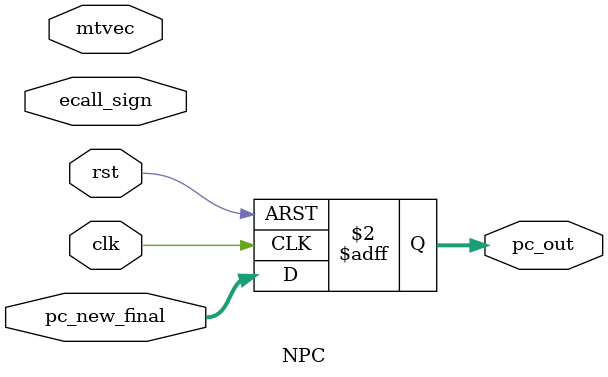
<source format=v>
`timescale 1ns / 1ps


 module NPC(
    input clk,
    input rst,
    input ecall_sign,
    input [31:0]mtvec,
    input [31:0]pc_new_final,
    output reg [31:0]pc_out
 );
    always@(posedge clk or posedge rst)
    begin
       //if(ecall_sign == 0)
       //begin
        if(rst)
            pc_out<=32'h0;
        else
            pc_out <= pc_new_final;
       //end
       //else
            //pc_out <= mtvec;
    end
 endmodule

</source>
